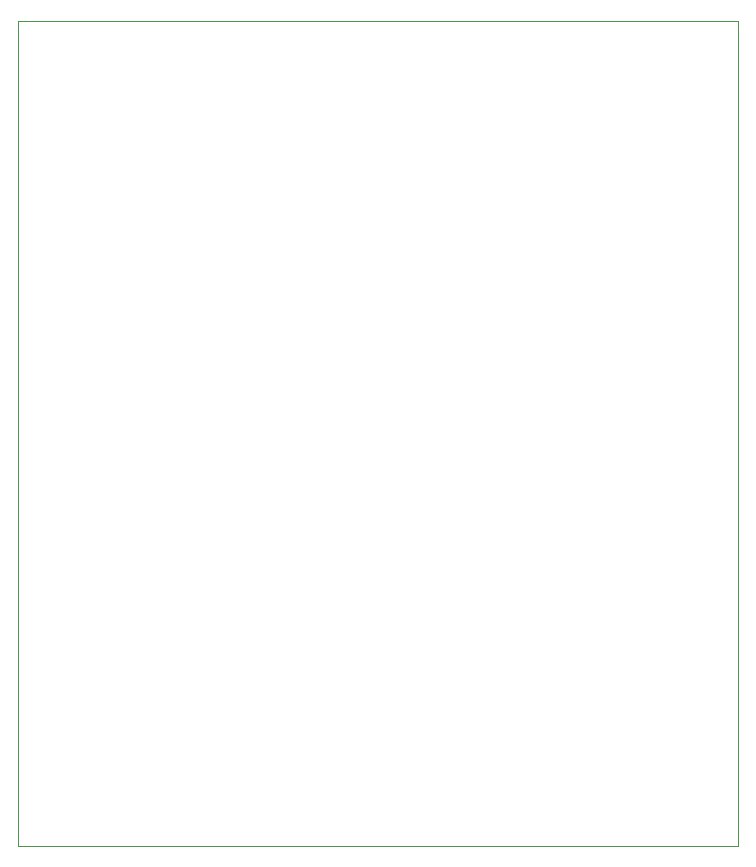
<source format=gbr>
%TF.GenerationSoftware,KiCad,Pcbnew,5.1.9*%
%TF.CreationDate,2021-03-30T17:04:31-04:00*%
%TF.ProjectId,weather_station,77656174-6865-4725-9f73-746174696f6e,rev?*%
%TF.SameCoordinates,Original*%
%TF.FileFunction,Profile,NP*%
%FSLAX46Y46*%
G04 Gerber Fmt 4.6, Leading zero omitted, Abs format (unit mm)*
G04 Created by KiCad (PCBNEW 5.1.9) date 2021-03-30 17:04:31*
%MOMM*%
%LPD*%
G01*
G04 APERTURE LIST*
%TA.AperFunction,Profile*%
%ADD10C,0.050000*%
%TD*%
G04 APERTURE END LIST*
D10*
X106680000Y-58420000D02*
X167640000Y-58420000D01*
X106680000Y-128270000D02*
X106680000Y-58420000D01*
X167640000Y-128270000D02*
X106680000Y-128270000D01*
X167640000Y-58420000D02*
X167640000Y-128270000D01*
M02*

</source>
